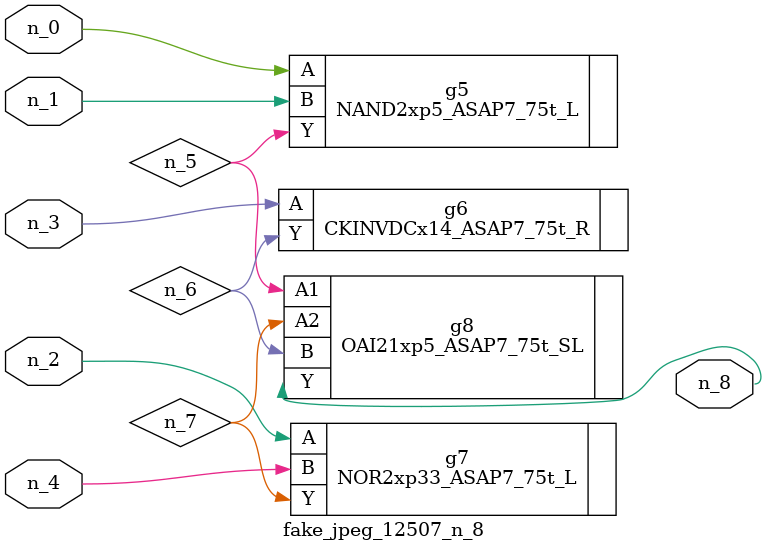
<source format=v>
module fake_jpeg_12507_n_8 (n_3, n_2, n_1, n_0, n_4, n_8);

input n_3;
input n_2;
input n_1;
input n_0;
input n_4;

output n_8;

wire n_6;
wire n_5;
wire n_7;

NAND2xp5_ASAP7_75t_L g5 ( 
.A(n_0),
.B(n_1),
.Y(n_5)
);

CKINVDCx14_ASAP7_75t_R g6 ( 
.A(n_3),
.Y(n_6)
);

NOR2xp33_ASAP7_75t_L g7 ( 
.A(n_2),
.B(n_4),
.Y(n_7)
);

OAI21xp5_ASAP7_75t_SL g8 ( 
.A1(n_5),
.A2(n_7),
.B(n_6),
.Y(n_8)
);


endmodule
</source>
